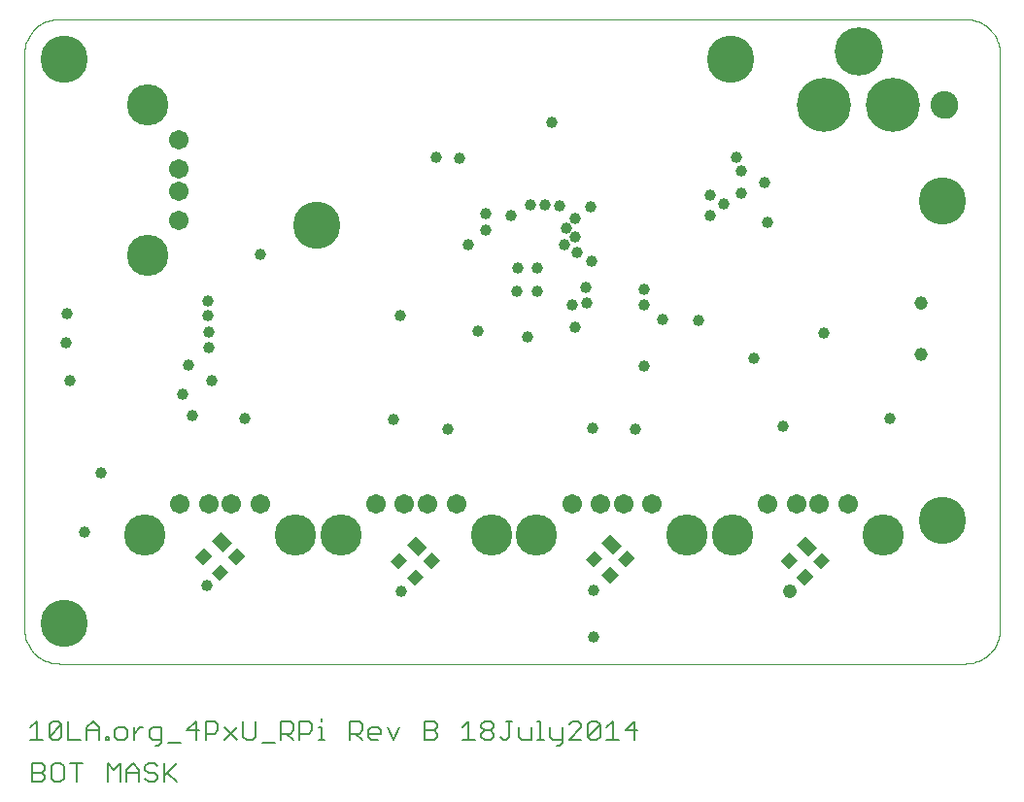
<source format=gbr>
G75*
G70*
%OFA0B0*%
%FSLAX24Y24*%
%IPPOS*%
%LPD*%
%AMOC8*
5,1,8,0,0,1.08239X$1,22.5*
%
%ADD10C,0.0000*%
%ADD11C,0.0060*%
%ADD12C,0.1417*%
%ADD13C,0.0674*%
%ADD14C,0.0454*%
%ADD15R,0.0395X0.0434*%
%ADD16R,0.0552X0.0434*%
%ADD17C,0.1858*%
%ADD18C,0.1661*%
%ADD19C,0.0946*%
%ADD20C,0.0397*%
%ADD21C,0.0476*%
%ADD22C,0.1622*%
D10*
X179601Y113654D02*
X179601Y133417D01*
X179603Y133483D01*
X179608Y133549D01*
X179618Y133615D01*
X179631Y133680D01*
X179647Y133744D01*
X179667Y133807D01*
X179691Y133869D01*
X179718Y133929D01*
X179748Y133988D01*
X179782Y134045D01*
X179819Y134100D01*
X179859Y134153D01*
X179901Y134204D01*
X179947Y134252D01*
X179995Y134298D01*
X180046Y134340D01*
X180099Y134380D01*
X180154Y134417D01*
X180211Y134451D01*
X180270Y134481D01*
X180330Y134508D01*
X180392Y134532D01*
X180455Y134552D01*
X180519Y134568D01*
X180584Y134581D01*
X180650Y134591D01*
X180716Y134596D01*
X180782Y134598D01*
X180779Y134598D02*
X211885Y134598D01*
X211951Y134596D01*
X212017Y134591D01*
X212083Y134581D01*
X212148Y134568D01*
X212212Y134552D01*
X212275Y134532D01*
X212337Y134508D01*
X212397Y134481D01*
X212456Y134451D01*
X212513Y134417D01*
X212568Y134380D01*
X212621Y134340D01*
X212672Y134298D01*
X212720Y134252D01*
X212766Y134204D01*
X212808Y134153D01*
X212848Y134100D01*
X212885Y134045D01*
X212919Y133988D01*
X212949Y133929D01*
X212976Y133869D01*
X213000Y133807D01*
X213020Y133744D01*
X213036Y133680D01*
X213049Y133615D01*
X213059Y133549D01*
X213064Y133483D01*
X213066Y133417D01*
X213066Y113654D01*
X213064Y113588D01*
X213059Y113522D01*
X213049Y113456D01*
X213036Y113391D01*
X213020Y113327D01*
X213000Y113264D01*
X212976Y113202D01*
X212949Y113142D01*
X212919Y113083D01*
X212885Y113026D01*
X212848Y112971D01*
X212808Y112918D01*
X212766Y112867D01*
X212720Y112819D01*
X212672Y112773D01*
X212621Y112731D01*
X212568Y112691D01*
X212513Y112654D01*
X212456Y112620D01*
X212397Y112590D01*
X212337Y112563D01*
X212275Y112539D01*
X212212Y112519D01*
X212148Y112503D01*
X212083Y112490D01*
X212017Y112480D01*
X211951Y112475D01*
X211885Y112473D01*
X211885Y112472D02*
X180782Y112472D01*
X180782Y112473D02*
X180716Y112475D01*
X180650Y112480D01*
X180584Y112490D01*
X180519Y112503D01*
X180455Y112519D01*
X180392Y112539D01*
X180330Y112563D01*
X180270Y112590D01*
X180211Y112620D01*
X180154Y112654D01*
X180099Y112691D01*
X180046Y112731D01*
X179995Y112773D01*
X179947Y112819D01*
X179901Y112867D01*
X179859Y112918D01*
X179819Y112971D01*
X179782Y113026D01*
X179748Y113083D01*
X179718Y113142D01*
X179691Y113202D01*
X179667Y113264D01*
X179647Y113327D01*
X179631Y113391D01*
X179618Y113456D01*
X179608Y113522D01*
X179603Y113588D01*
X179601Y113654D01*
X210170Y123094D02*
X210172Y123121D01*
X210178Y123147D01*
X210187Y123172D01*
X210200Y123195D01*
X210216Y123216D01*
X210235Y123235D01*
X210256Y123251D01*
X210279Y123264D01*
X210304Y123273D01*
X210330Y123279D01*
X210357Y123281D01*
X210384Y123279D01*
X210410Y123273D01*
X210435Y123264D01*
X210458Y123251D01*
X210479Y123235D01*
X210498Y123216D01*
X210514Y123195D01*
X210527Y123172D01*
X210536Y123147D01*
X210542Y123121D01*
X210544Y123094D01*
X210542Y123067D01*
X210536Y123041D01*
X210527Y123016D01*
X210514Y122993D01*
X210498Y122972D01*
X210479Y122953D01*
X210458Y122937D01*
X210435Y122924D01*
X210410Y122915D01*
X210384Y122909D01*
X210357Y122907D01*
X210330Y122909D01*
X210304Y122915D01*
X210279Y122924D01*
X210256Y122937D01*
X210235Y122953D01*
X210216Y122972D01*
X210200Y122993D01*
X210187Y123016D01*
X210178Y123041D01*
X210172Y123067D01*
X210170Y123094D01*
X210170Y124850D02*
X210172Y124877D01*
X210178Y124903D01*
X210187Y124928D01*
X210200Y124951D01*
X210216Y124972D01*
X210235Y124991D01*
X210256Y125007D01*
X210279Y125020D01*
X210304Y125029D01*
X210330Y125035D01*
X210357Y125037D01*
X210384Y125035D01*
X210410Y125029D01*
X210435Y125020D01*
X210458Y125007D01*
X210479Y124991D01*
X210498Y124972D01*
X210514Y124951D01*
X210527Y124928D01*
X210536Y124903D01*
X210542Y124877D01*
X210544Y124850D01*
X210542Y124823D01*
X210536Y124797D01*
X210527Y124772D01*
X210514Y124749D01*
X210498Y124728D01*
X210479Y124709D01*
X210458Y124693D01*
X210435Y124680D01*
X210410Y124671D01*
X210384Y124665D01*
X210357Y124663D01*
X210330Y124665D01*
X210304Y124671D01*
X210279Y124680D01*
X210256Y124693D01*
X210235Y124709D01*
X210216Y124728D01*
X210200Y124749D01*
X210187Y124772D01*
X210178Y124797D01*
X210172Y124823D01*
X210170Y124850D01*
X210743Y131646D02*
X210745Y131687D01*
X210751Y131728D01*
X210761Y131768D01*
X210774Y131807D01*
X210791Y131844D01*
X210812Y131880D01*
X210836Y131914D01*
X210863Y131945D01*
X210892Y131973D01*
X210925Y131999D01*
X210959Y132021D01*
X210996Y132040D01*
X211034Y132055D01*
X211074Y132067D01*
X211114Y132075D01*
X211155Y132079D01*
X211197Y132079D01*
X211238Y132075D01*
X211278Y132067D01*
X211318Y132055D01*
X211356Y132040D01*
X211392Y132021D01*
X211427Y131999D01*
X211460Y131973D01*
X211489Y131945D01*
X211516Y131914D01*
X211540Y131880D01*
X211561Y131844D01*
X211578Y131807D01*
X211591Y131768D01*
X211601Y131728D01*
X211607Y131687D01*
X211609Y131646D01*
X211607Y131605D01*
X211601Y131564D01*
X211591Y131524D01*
X211578Y131485D01*
X211561Y131448D01*
X211540Y131412D01*
X211516Y131378D01*
X211489Y131347D01*
X211460Y131319D01*
X211427Y131293D01*
X211393Y131271D01*
X211356Y131252D01*
X211318Y131237D01*
X211278Y131225D01*
X211238Y131217D01*
X211197Y131213D01*
X211155Y131213D01*
X211114Y131217D01*
X211074Y131225D01*
X211034Y131237D01*
X210996Y131252D01*
X210960Y131271D01*
X210925Y131293D01*
X210892Y131319D01*
X210863Y131347D01*
X210836Y131378D01*
X210812Y131412D01*
X210791Y131448D01*
X210774Y131485D01*
X210761Y131524D01*
X210751Y131564D01*
X210745Y131605D01*
X210743Y131646D01*
D11*
X180200Y108408D02*
X179879Y108408D01*
X179879Y109048D01*
X180200Y109048D01*
X180306Y108942D01*
X180306Y108835D01*
X180200Y108728D01*
X179879Y108728D01*
X180200Y108728D02*
X180306Y108621D01*
X180306Y108515D01*
X180200Y108408D01*
X180524Y108515D02*
X180631Y108408D01*
X180844Y108408D01*
X180951Y108515D01*
X180951Y108942D01*
X180844Y109048D01*
X180631Y109048D01*
X180524Y108942D01*
X180524Y108515D01*
X181169Y109048D02*
X181596Y109048D01*
X181382Y109048D02*
X181382Y108408D01*
X182458Y108408D02*
X182458Y109048D01*
X182671Y108835D01*
X182885Y109048D01*
X182885Y108408D01*
X183102Y108408D02*
X183102Y108835D01*
X183316Y109048D01*
X183529Y108835D01*
X183529Y108408D01*
X183747Y108515D02*
X183853Y108408D01*
X184067Y108408D01*
X184174Y108515D01*
X184174Y108621D01*
X184067Y108728D01*
X183853Y108728D01*
X183747Y108835D01*
X183747Y108942D01*
X183853Y109048D01*
X184067Y109048D01*
X184174Y108942D01*
X184391Y109048D02*
X184391Y108408D01*
X184391Y108621D02*
X184818Y109048D01*
X184498Y108728D02*
X184818Y108408D01*
X183529Y108728D02*
X183102Y108728D01*
X183025Y109853D02*
X183132Y109960D01*
X183132Y110173D01*
X183025Y110280D01*
X182812Y110280D01*
X182705Y110173D01*
X182705Y109960D01*
X182812Y109853D01*
X183025Y109853D01*
X183350Y109853D02*
X183350Y110280D01*
X183563Y110280D02*
X183670Y110280D01*
X183563Y110280D02*
X183350Y110066D01*
X183887Y109960D02*
X183994Y109853D01*
X184314Y109853D01*
X184314Y109746D02*
X184314Y110280D01*
X183994Y110280D01*
X183887Y110173D01*
X183887Y109960D01*
X184100Y109639D02*
X184207Y109639D01*
X184314Y109746D01*
X184531Y109746D02*
X184958Y109746D01*
X185176Y110173D02*
X185603Y110173D01*
X185820Y110066D02*
X186141Y110066D01*
X186247Y110173D01*
X186247Y110387D01*
X186141Y110493D01*
X185820Y110493D01*
X185820Y109853D01*
X185496Y109853D02*
X185496Y110493D01*
X185176Y110173D01*
X186465Y110280D02*
X186892Y109853D01*
X187110Y109960D02*
X187216Y109853D01*
X187430Y109853D01*
X187537Y109960D01*
X187537Y110493D01*
X187110Y110493D02*
X187110Y109960D01*
X186892Y110280D02*
X186465Y109853D01*
X187754Y109746D02*
X188181Y109746D01*
X188399Y109853D02*
X188399Y110493D01*
X188719Y110493D01*
X188826Y110387D01*
X188826Y110173D01*
X188719Y110066D01*
X188399Y110066D01*
X188612Y110066D02*
X188826Y109853D01*
X189043Y109853D02*
X189043Y110493D01*
X189363Y110493D01*
X189470Y110387D01*
X189470Y110173D01*
X189363Y110066D01*
X189043Y110066D01*
X189688Y109853D02*
X189901Y109853D01*
X189794Y109853D02*
X189794Y110280D01*
X189688Y110280D01*
X189794Y110493D02*
X189794Y110600D01*
X190762Y110493D02*
X191082Y110493D01*
X191189Y110387D01*
X191189Y110173D01*
X191082Y110066D01*
X190762Y110066D01*
X190762Y109853D02*
X190762Y110493D01*
X190975Y110066D02*
X191189Y109853D01*
X191407Y109960D02*
X191407Y110173D01*
X191513Y110280D01*
X191727Y110280D01*
X191834Y110173D01*
X191834Y110066D01*
X191407Y110066D01*
X191407Y109960D02*
X191513Y109853D01*
X191727Y109853D01*
X192051Y110280D02*
X192265Y109853D01*
X192478Y110280D01*
X193340Y110173D02*
X193660Y110173D01*
X193767Y110066D01*
X193767Y109960D01*
X193660Y109853D01*
X193340Y109853D01*
X193340Y110493D01*
X193660Y110493D01*
X193767Y110387D01*
X193767Y110280D01*
X193660Y110173D01*
X194629Y110280D02*
X194843Y110493D01*
X194843Y109853D01*
X195056Y109853D02*
X194629Y109853D01*
X195274Y109960D02*
X195274Y110066D01*
X195381Y110173D01*
X195594Y110173D01*
X195701Y110066D01*
X195701Y109960D01*
X195594Y109853D01*
X195381Y109853D01*
X195274Y109960D01*
X195381Y110173D02*
X195274Y110280D01*
X195274Y110387D01*
X195381Y110493D01*
X195594Y110493D01*
X195701Y110387D01*
X195701Y110280D01*
X195594Y110173D01*
X195918Y109960D02*
X196025Y109853D01*
X196132Y109853D01*
X196239Y109960D01*
X196239Y110493D01*
X196345Y110493D02*
X196132Y110493D01*
X196563Y110280D02*
X196563Y109960D01*
X196670Y109853D01*
X196990Y109853D01*
X196990Y110280D01*
X197207Y110493D02*
X197314Y110493D01*
X197314Y109853D01*
X197207Y109853D02*
X197421Y109853D01*
X197637Y109960D02*
X197744Y109853D01*
X198064Y109853D01*
X198064Y109746D02*
X197957Y109639D01*
X197851Y109639D01*
X198064Y109746D02*
X198064Y110280D01*
X198282Y110387D02*
X198388Y110493D01*
X198602Y110493D01*
X198709Y110387D01*
X198709Y110280D01*
X198282Y109853D01*
X198709Y109853D01*
X198926Y109960D02*
X199353Y110387D01*
X199353Y109960D01*
X199247Y109853D01*
X199033Y109853D01*
X198926Y109960D01*
X198926Y110387D01*
X199033Y110493D01*
X199247Y110493D01*
X199353Y110387D01*
X199571Y110280D02*
X199784Y110493D01*
X199784Y109853D01*
X199571Y109853D02*
X199998Y109853D01*
X200215Y110173D02*
X200536Y110493D01*
X200536Y109853D01*
X200642Y110173D02*
X200215Y110173D01*
X197637Y110280D02*
X197637Y109960D01*
X182490Y109960D02*
X182490Y109853D01*
X182383Y109853D01*
X182383Y109960D01*
X182490Y109960D01*
X182165Y109853D02*
X182165Y110280D01*
X181952Y110493D01*
X181738Y110280D01*
X181738Y109853D01*
X181521Y109853D02*
X181094Y109853D01*
X181094Y110493D01*
X180876Y110387D02*
X180449Y109960D01*
X180556Y109853D01*
X180769Y109853D01*
X180876Y109960D01*
X180876Y110387D01*
X180769Y110493D01*
X180556Y110493D01*
X180449Y110387D01*
X180449Y109960D01*
X180232Y109853D02*
X179805Y109853D01*
X180018Y109853D02*
X180018Y110493D01*
X179805Y110280D01*
X181738Y110173D02*
X182165Y110173D01*
D12*
X183727Y116882D03*
X188901Y116882D03*
X190452Y116882D03*
X195625Y116882D03*
X197174Y116882D03*
X202347Y116882D03*
X203899Y116882D03*
X209072Y116882D03*
X183816Y126482D03*
X183816Y131656D03*
D13*
X184883Y130447D03*
X184883Y129463D03*
X184883Y128675D03*
X184883Y127691D03*
X184936Y117949D03*
X185920Y117949D03*
X186708Y117949D03*
X187692Y117949D03*
X191660Y117949D03*
X192645Y117949D03*
X193432Y117949D03*
X194416Y117949D03*
X198383Y117949D03*
X199367Y117949D03*
X200155Y117949D03*
X201139Y117949D03*
X205107Y117949D03*
X206092Y117949D03*
X206879Y117949D03*
X207863Y117949D03*
D14*
X210357Y123094D03*
X210357Y124850D03*
D15*
G36*
X206935Y115716D02*
X206657Y115994D01*
X206963Y116300D01*
X207241Y116022D01*
X206935Y115716D01*
G37*
G36*
X206379Y115159D02*
X206101Y115437D01*
X206407Y115743D01*
X206685Y115465D01*
X206379Y115159D01*
G37*
G36*
X205822Y115716D02*
X205544Y115994D01*
X205850Y116300D01*
X206128Y116022D01*
X205822Y115716D01*
G37*
G36*
X200243Y115785D02*
X199965Y116063D01*
X200271Y116369D01*
X200549Y116091D01*
X200243Y115785D01*
G37*
G36*
X199686Y115228D02*
X199408Y115506D01*
X199714Y115812D01*
X199992Y115534D01*
X199686Y115228D01*
G37*
G36*
X199129Y115785D02*
X198851Y116063D01*
X199157Y116369D01*
X199435Y116091D01*
X199129Y115785D01*
G37*
G36*
X193550Y115708D02*
X193272Y115986D01*
X193578Y116292D01*
X193856Y116014D01*
X193550Y115708D01*
G37*
G36*
X192993Y115151D02*
X192715Y115429D01*
X193021Y115735D01*
X193299Y115457D01*
X192993Y115151D01*
G37*
G36*
X192436Y115708D02*
X192158Y115986D01*
X192464Y116292D01*
X192742Y116014D01*
X192436Y115708D01*
G37*
G36*
X186855Y115858D02*
X186577Y116136D01*
X186883Y116442D01*
X187161Y116164D01*
X186855Y115858D01*
G37*
G36*
X186298Y115301D02*
X186020Y115579D01*
X186326Y115885D01*
X186604Y115607D01*
X186298Y115301D01*
G37*
G36*
X185741Y115858D02*
X185463Y116136D01*
X185769Y116442D01*
X186047Y116164D01*
X185741Y115858D01*
G37*
D16*
G36*
X186409Y116303D02*
X186020Y116692D01*
X186327Y116999D01*
X186716Y116610D01*
X186409Y116303D01*
G37*
G36*
X193104Y116153D02*
X192715Y116542D01*
X193022Y116849D01*
X193411Y116460D01*
X193104Y116153D01*
G37*
G36*
X199796Y116230D02*
X199407Y116619D01*
X199714Y116926D01*
X200103Y116537D01*
X199796Y116230D01*
G37*
G36*
X206489Y116161D02*
X206100Y116550D01*
X206407Y116857D01*
X206796Y116468D01*
X206489Y116161D01*
G37*
D17*
X207042Y131646D03*
X209405Y131646D03*
D18*
X208223Y133496D03*
D19*
X211176Y131646D03*
D20*
X204999Y128996D03*
X204208Y128614D03*
X203609Y128240D03*
X203129Y128563D03*
X203129Y127854D03*
X204208Y129402D03*
X204015Y129839D03*
X205090Y127630D03*
X200861Y125331D03*
X200861Y124780D03*
X201483Y124276D03*
X202735Y124272D03*
X204621Y122941D03*
X205625Y120606D03*
X207023Y123811D03*
X209282Y120878D03*
X200861Y122705D03*
X200548Y120531D03*
X199082Y120551D03*
X198499Y124031D03*
X198389Y124803D03*
X198889Y124839D03*
X198869Y125394D03*
X199050Y126287D03*
X198566Y126575D03*
X198121Y126846D03*
X198495Y127118D03*
X198184Y127433D03*
X198499Y127748D03*
X199015Y128157D03*
X197948Y128201D03*
X197479Y128209D03*
X196968Y128217D03*
X196282Y127850D03*
X195444Y127913D03*
X195428Y127346D03*
X194842Y126870D03*
X196534Y126071D03*
X197192Y126071D03*
X197188Y125264D03*
X196507Y125268D03*
X196857Y123693D03*
X195149Y123894D03*
X192511Y124437D03*
X192255Y120846D03*
X194125Y120512D03*
X187160Y120882D03*
X186015Y122201D03*
X185227Y122717D03*
X185944Y123307D03*
X185928Y123858D03*
X185901Y124425D03*
X185881Y124917D03*
X187708Y126508D03*
X185034Y121720D03*
X185373Y120984D03*
X182223Y119035D03*
X181664Y117004D03*
X185865Y115142D03*
X192534Y114969D03*
X199133Y114976D03*
X199137Y113374D03*
X181164Y122177D03*
X181034Y123496D03*
X181066Y124484D03*
X193731Y129839D03*
X194538Y129811D03*
X197696Y131047D03*
D21*
X205861Y114941D03*
D22*
X211097Y117394D03*
X211097Y128339D03*
X203826Y133220D03*
X189641Y127512D03*
X180979Y133220D03*
X180979Y113850D03*
M02*

</source>
